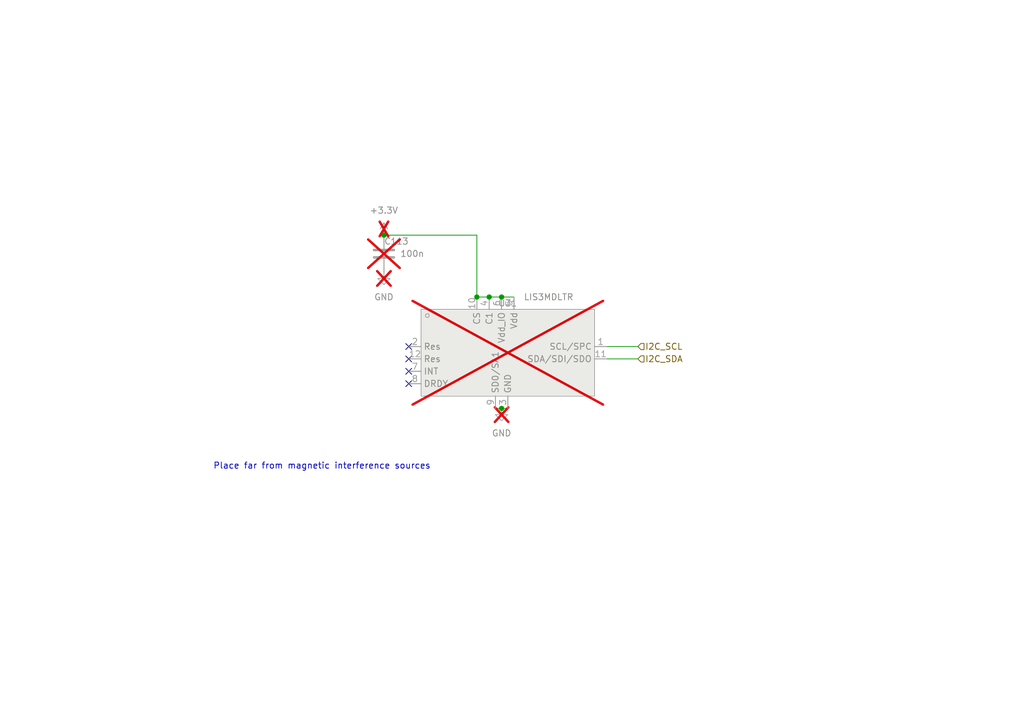
<source format=kicad_sch>
(kicad_sch (version 20250114) (generator "eeschema") (generator_version "9.0")
  (paper "A5")
  (lib_symbols
    (symbol "Device:C" (pin_numbers (hide yes)) (pin_names (offset 0.254))
      (property "Reference" "C" (at 0.635 2.54 0))
      (property "Value" "C" (at 0.635 -2.54 0))
      (symbol "C_0_1"
        (polyline (pts (xy -2.032 0.762) (xy 2.032 0.762)) (stroke (width 0.508)))
        (polyline (pts (xy -2.032 -0.762) (xy 2.032 -0.762)) (stroke (width 0.508)))
      )
      (symbol "C_1_1"
        (pin passive line (at 0 3.81 270) (length 2.794) (name "~") (number "1"))
        (pin passive line (at 0 -3.81 90) (length 2.794) (name "~") (number "2"))
      )
    )
    (symbol "lib:LIS3MDLTR"
      (property "Reference" "U31" (at 0 10.16 0))
      (property "Value" "LIS3MDLTR" (at 8.382 11.43 0))
      (symbol "LIS3MDLTR_0_1"
        (rectangle (start -17.78 8.89) (end 17.78 -8.89) (fill (type background)))
        (circle (center -16.51 7.62) (radius 0.38))
        (pin unspecified line (at -20.32 1.27 0) (length 2.54) (name "Res") (number "2"))
        (pin unspecified line (at -20.32 -1.27 0) (length 2.54) (name "Res") (number "12"))
        (pin unspecified line (at -20.32 -3.81 0) (length 2.54) (name "INT") (number "7"))
        (pin unspecified line (at -20.32 -6.35 0) (length 2.54) (name "DRDY") (number "8"))
        (pin unspecified line (at -6.35 11.43 270) (length 2.54) (name "CS") (number "10"))
        (pin unspecified line (at -3.81 11.43 270) (length 2.54) (name "C1") (number "4"))
        (pin unspecified line (at -2.54 -11.43 90) (length 2.54) (name "SD0/SA1") (number "9"))
        (pin unspecified line (at -1.27 11.43 270) (length 2.54) (name "Vdd_IO") (number "6"))
        (pin unspecified line (at 0 -11.43 90) (length 2.54) (name "GND") (number "3"))
        (pin unspecified line (at 1.27 11.43 270) (length 2.54) (name "Vdd") (number "5"))
        (pin unspecified line (at 20.32 1.27 180) (length 2.54) (name "SCL/SPC") (number "1"))
        (pin unspecified line (at 20.32 -1.27 180) (length 2.54) (name "SDA/SDI/SDO") (number "11"))
      )
    )
    (symbol "power:+3.3V" (power) (pin_numbers (hide yes)) (pin_names (offset 0) (hide yes))
      (property "Value" "+3.3V" (at 0 3.556 0))
      (symbol "+3.3V_0_1"
        (polyline (pts (xy -0.762 1.27) (xy 0 2.54)))
        (polyline (pts (xy 0 2.54) (xy 0.762 1.27)))
        (polyline (pts (xy 0 0) (xy 0 2.54)))
      )
      (symbol "+3.3V_1_1"
        (pin power_in line (at 0 0 90) (length 0) (name "~") (number "1"))
      )
    )
    (symbol "power:GND" (power) (pin_numbers (hide yes)) (pin_names (offset 0) (hide yes))
      (property "Value" "GND" (at 0 -3.81 0))
      (symbol "GND_0_1"
        (polyline (pts (xy 0 0) (xy 0 -1.27) (xy 1.27 -1.27) (xy 0 -2.54) (xy -1.27 -1.27) (xy 0 -1.27)))
      )
      (symbol "GND_1_1"
        (pin power_in line (at 0 0 270) (length 0) (name "~") (number "1"))
      )
    )
  )
  (text "Place far from magnetic interference sources" (at 66.04 95.758 0) (effects (font (size 1.27 1.27))))
  (junction (at 102.87 60.96))
  (junction (at 102.87 83.82))
  (junction (at 97.79 60.96))
  (junction (at 78.74 48.26))
  (junction (at 100.33 60.96))
  (no_connect (at 83.82 71.12))
  (no_connect (at 83.82 76.2))
  (no_connect (at 83.82 73.66))
  (no_connect (at 83.82 78.74))
  (wire (pts (xy 130.81 73.66) (xy 124.46 73.66)))
  (wire (pts (xy 101.6 83.82) (xy 102.87 83.82)))
  (wire (pts (xy 78.74 48.26) (xy 97.79 48.26)))
  (wire (pts (xy 130.81 71.12) (xy 124.46 71.12)))
  (wire (pts (xy 102.87 60.96) (xy 105.41 60.96)))
  (wire (pts (xy 100.33 60.96) (xy 102.87 60.96)))
  (wire (pts (xy 102.87 83.82) (xy 104.14 83.82)))
  (wire (pts (xy 97.79 48.26) (xy 97.79 60.96)))
  (wire (pts (xy 97.79 60.96) (xy 100.33 60.96)))
  (hierarchical_label "I2C_SDA" (shape input) (at 130.81 73.66 0))
  (hierarchical_label "I2C_SCL" (shape input) (at 130.81 71.12 0))
  (symbol (lib_id "power:GND") (at 102.87 83.82 0) (unit 1) (on_board no) (dnp yes)
    (property "Reference" "#PWR0300" (effects (hide yes)))
    (property "Value" "GND" (at 102.87 88.9 0))
    (property "Description" "Power symbol creates a global label with name \"GND\" , ground" (effects (hide yes)))
  )
  (symbol (lib_id "power:+3.3V") (at 78.74 48.26 0) (unit 1) (on_board no) (dnp yes)
    (property "Reference" "#PWR0298" (effects (hide yes)))
    (property "Value" "+3.3V" (at 78.74 43.18 0))
    (property "Description" "Power symbol creates a global label with name \"+3.3V\"" (effects (hide yes)))
  )
  (symbol (lib_id "lib:LIS3MDLTR") (at 104.14 72.39 0) (unit 1) (on_board no) (dnp yes)
    (property "Reference" "U31" (at 104.14 62.23 0))
    (property "Value" "LIS3MDLTR" (at 112.522 60.96 0))
    (property "Footprint" "lib:LGA-12_L2.0-W2.0-P0.50-BL" (effects (hide yes)))
    (property "Datasheet" "https://lcsc.com/product-detail/New-Arrivals_STMicroelectronics-LIS3MDLTR_C478483.html" (effects (hide yes)))
    (property "LCSC Part" "C478483" (effects (hide yes)))
  )
  (symbol (lib_id "Device:C") (at 78.74 52.07 0) (unit 1) (on_board no) (dnp yes)
    (property "Reference" "C113" (at 78.74 49.53 0) (effects (justify left)))
    (property "Value" "100n" (at 82.042 52.07 0) (effects (justify left)))
    (property "Footprint" "Capacitor_SMD:C_0402_1005Metric" (effects (hide yes)))
    (property "LCSC" "C1525" (effects (hide yes)))
  )
  (symbol (lib_id "power:GND") (at 78.74 55.88 0) (unit 1) (on_board no) (dnp yes)
    (property "Reference" "#PWR0299" (effects (hide yes)))
    (property "Value" "GND" (at 78.74 60.96 0))
    (property "Description" "Power symbol creates a global label with name \"GND\" , ground" (effects (hide yes)))
  )
)
</source>
